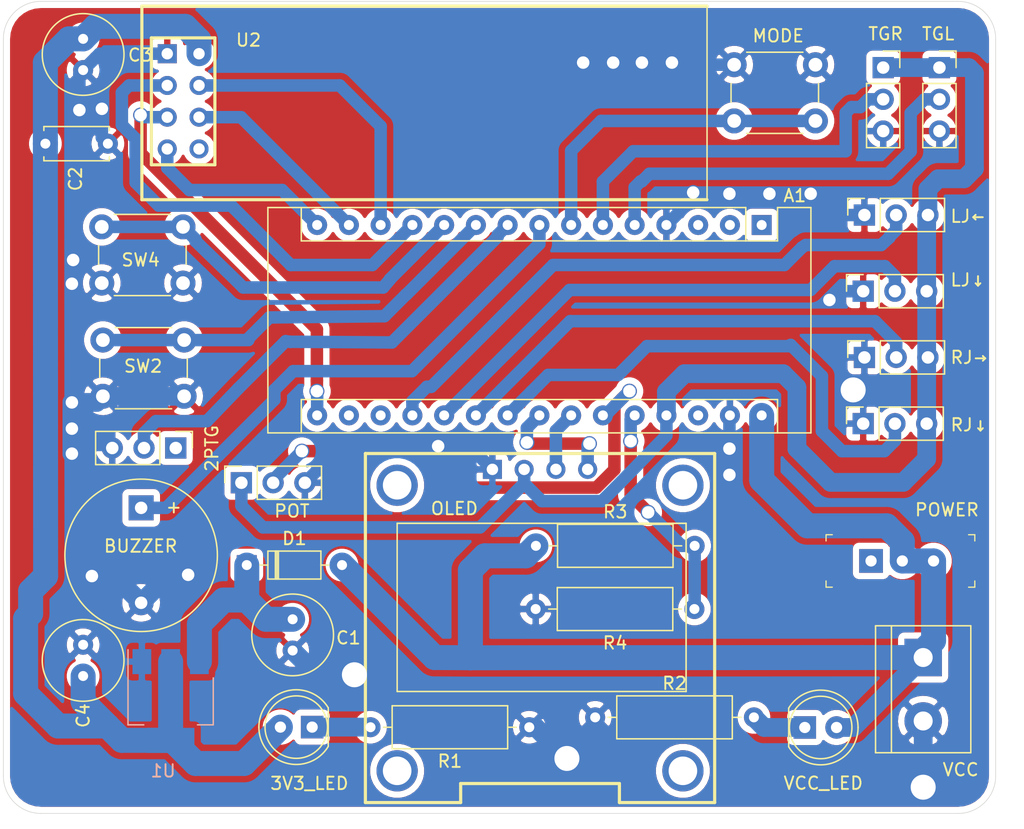
<source format=kicad_pcb>
(kicad_pcb (version 20211014) (generator pcbnew)
  (layers (0 "F.Cu" signal) (31 "B.Cu" signal) (34 "B.Paste" user) (35 "F.Paste" user) (36 "B.SilkS" user "B.Silkscreen") (37 "F.SilkS" user "F.Silkscreen") (38 "B.Mask" user) (39 "F.Mask" user) (44 "Edge.Cuts" user))
  (net 0 "")
  (net 1 "Net-(A1-Pad1)")
  (net 2 "Net-(A1-Pad17)")
  (net 3 "Net-(A1-Pad2)")
  (net 4 "Net-(A1-Pad18)")
  (net 5 "Net-(A1-Pad3)")
  (net 6 "/A0")
  (net 7 "GND")
  (net 8 "/A1")
  (net 9 "/ToggleLeft")
  (net 10 "/A2")
  (net 11 "/ToggleRight")
  (net 12 "/A3")
  (net 13 "/MODE")
  (net 14 "/SDA")
  (net 15 "/BUZZER")
  (net 16 "/SCL")
  (net 17 "/D6")
  (net 18 "/A6")
  (net 19 "/D7")
  (net 20 "/Battery")
  (net 21 "/D8")
  (net 22 "+5V")
  (net 23 "/CE")
  (net 24 "Net-(A1-Pad28)")
  (net 25 "/CSN")
  (net 26 "/MOSI")
  (net 27 "VCC")
  (net 28 "/MISO")
  (net 29 "/SCK")
  (net 30 "Net-(C1-Pad1)")
  (net 31 "+3V3")
  (net 32 "Net-(SW3-Pad1)")
  (net 33 "Net-(U2-Pad8)")
  (net 34 "Net-(S1-Pad1)")
  (net 35 "Net-(D2-Pad1)")
  (net 36 "Net-(D3-Pad1)")
  (footprint "Module:Arduino_Nano" (layer "F.Cu") (at 92.28 35.9 -90)
    (fp_text reference "A1" (at -2.35 -2.65 180) (layer "F.SilkS"))
    (fp_text value "Arduino_Nano_v3.x")
    (pad "1" thru_hole rect locked (at 0 0 270) (size 1.6 1.6) (drill 0.8) (layers *.Cu *.Mask) (net 1 "Net-(A1-Pad1)"))
    (pad "2" thru_hole oval locked (at 0 2.54 270) (size 1.6 1.6) (drill 0.8) (layers *.Cu *.Mask) (net 3 "Net-(A1-Pad2)"))
    (pad "3" thru_hole oval locked (at 0 5.08 270) (size 1.6 1.6) (drill 0.8) (layers *.Cu *.Mask) (net 5 "Net-(A1-Pad3)"))
    (pad "4" thru_hole oval locked (at 0 7.62 270) (size 1.6 1.6) (drill 0.8) (layers *.Cu *.Mask) (net 7 "GND"))
    (pad "5" thru_hole oval locked (at 0 10.16 270) (size 1.6 1.6) (drill 0.8) (layers *.Cu *.Mask) (net 9 "/ToggleLeft"))
    (pad "6" thru_hole oval locked (at 0 12.7 270) (size 1.6 1.6) (drill 0.8) (layers *.Cu *.Mask) (net 11 "/ToggleRight"))
    (pad "7" thru_hole oval locked (at 0 15.24 270) (size 1.6 1.6) (drill 0.8) (layers *.Cu *.Mask) (net 13 "/MODE"))
    (pad "8" thru_hole oval locked (at 0 17.78 270) (size 1.6 1.6) (drill 0.8) (layers *.Cu *.Mask) (net 15 "/BUZZER"))
    (pad "9" thru_hole oval locked (at 0 20.32 270) (size 1.6 1.6) (drill 0.8) (layers *.Cu *.Mask) (net 17 "/D6"))
    (pad "10" thru_hole oval locked (at 0 22.86 270) (size 1.6 1.6) (drill 0.8) (layers *.Cu *.Mask) (net 19 "/D7"))
    (pad "11" thru_hole oval locked (at 0 25.4 270) (size 1.6 1.6) (drill 0.8) (layers *.Cu *.Mask) (net 21 "/D8"))
    (pad "12" thru_hole oval locked (at 0 27.94 270) (size 1.6 1.6) (drill 0.8) (layers *.Cu *.Mask) (net 23 "/CE"))
    (pad "13" thru_hole oval locked (at 0 30.48 270) (size 1.6 1.6) (drill 0.8) (layers *.Cu *.Mask) (net 25 "/CSN"))
    (pad "14" thru_hole oval locked (at 0 33.02 270) (size 1.6 1.6) (drill 0.8) (layers *.Cu *.Mask) (net 26 "/MOSI"))
    (pad "15" thru_hole oval locked (at 0 35.56 270) (size 1.6 1.6) (drill 0.8) (layers *.Cu *.Mask) (net 28 "/MISO"))
    (pad "16" thru_hole oval locked (at 15.24 35.56 270) (size 1.6 1.6) (drill 0.8) (layers *.Cu *.Mask) (net 29 "/SCK"))
    (pad "17" thru_hole oval locked (at 15.24 33.02 270) (size 1.6 1.6) (drill 0.8) (layers *.Cu *.Mask) (net 2 "Net-(A1-Pad17)"))
    (pad "18" thru_hole oval locked (at 15.24 30.48 270) (size 1.6 1.6) (drill 0.8) (layers *.Cu *.Mask) (net 4 "Net-(A1-Pad18)"))
    (pad "19" thru_hole oval locked (at 15.24 27.94 270) (size 1.6 1.6) (drill 0.8) (layers *.Cu *.Mask) (net 6 "/A0"))
    (pad "20" thru_hole oval locked (at 15.24 25.4 270) (size 1.6 1.6) (drill 0.8) (layers *.Cu *.Mask) (net 8 "/A1"))
    (pad "21" thru_hole oval locked (at 15.24 22.86 270) (size 1.6 1.6) (drill 0.8) (layers *.Cu *.Mask) (net 10 "/A2"))
    (pad "22" thru_hole oval locked (at 15.24 20.32 270) (size 1.6 1.6) (drill 0.8) (layers *.Cu *.Mask) (net 12 "/A3"))
    (pad "23" thru_hole oval locked (at 15.24 17.78 270) (size 1.6 1.6) (drill 0.8) (layers *.Cu *.Mask) (net 14 "/SDA"))
    (pad "24" thru_hole oval locked (at 15.24 15.24 270) (size 1.6 1.6) (drill 0.8) (layers *.Cu *.Mask) (net 16 "/SCL"))
    (pad "25" thru_hole oval locked (at 15.24 12.7 270) (size 1.6 1.6) (drill 0.8) (layers *.Cu *.Mask) (net 18 "/A6"))
    (pad "26" thru_hole oval locked (at 15.24 10.16 270) (size 1.6 1.6) (drill 0.8) (layers *.Cu *.Mask) (net 20 "/Battery"))
    (pad "27" thru_hole oval locked (at 15.24 7.62 270) (size 1.6 1.6) (drill 0.8) (layers *.Cu *.Mask) (net 22 "+5V"))
    (pad "28" thru_hole oval locked (at 15.24 5.08 270) (size 1.6 1.6) (drill 0.8) (layers *.Cu *.Mask) (net 24 "Net-(A1-Pad28)"))
    (pad "29" thru_hole oval locked (at 15.24 2.54 270) (size 1.6 1.6) (drill 0.8) (layers *.Cu *.Mask) (net 7 "GND"))
    (pad "30" thru_hole oval locked (at 15.24 0 270) (size 1.6 1.6) (drill 0.8) (layers *.Cu *.Mask) (net 27 "VCC"))
  )
  (footprint "Diode_THT:D_DO-35_SOD27_P7.62mm_Horizontal" (layer "F.Cu") (at 51.09 63.12)
    (fp_text reference "D1" (at 3.81 -2.12) (layer "F.SilkS"))
    (fp_text value "1N4148")
    (pad "1" thru_hole rect locked (at 0 0) (size 1.6 1.6) (drill 0.8) (layers *.Cu *.Mask) (net 30 "Net-(C1-Pad1)"))
    (pad "2" thru_hole oval locked (at 7.62 0) (size 1.6 1.6) (drill 0.8) (layers *.Cu *.Mask) (net 27 "VCC"))
  )
  (footprint "A_personal:0.96IN 128X64 I2C OLED DISPLAY MODULE (HOLES)" (layer "F.Cu") (at 70.74 56.73)
    (fp_text reference "OLED" (at -3.04 1.87) (layer "F.SilkS"))
    (fp_text value "Conn_01x04_Male")
    (pad "1" thru_hole rect locked (at 0 -1.27) (size 1.524 1.524) (drill 0.9144) (layers *.Cu *.Mask) (net 7 "GND"))
    (pad "2" thru_hole circle locked (at 2.54 -1.27) (size 1.524 1.524) (drill 0.9144) (layers *.Cu *.Mask) (net 22 "+5V"))
    (pad "3" thru_hole circle locked (at 5.08 -1.27) (size 1.524 1.524) (drill 0.9144) (layers *.Cu *.Mask) (net 16 "/SCL"))
    (pad "4" thru_hole circle locked (at 7.62 -1.27) (size 1.524 1.524) (drill 0.9144) (layers *.Cu *.Mask) (net 14 "/SDA"))
    (pad "5" thru_hole circle locked (at -7.62 0) (size 3.302 3.302) (drill 2.286) (layers *.Cu *.Mask))
    (pad "6" thru_hole circle locked (at 15.24 0) (size 3.302 3.302) (drill 2.286) (layers *.Cu *.Mask))
    (pad "7" thru_hole circle locked (at -7.62 22.86) (size 3.302 3.302) (drill 2.286) (layers *.Cu *.Mask))
    (pad "8" thru_hole circle locked (at 15.24 22.86) (size 3.302 3.302) (drill 2.286) (layers *.Cu *.Mask))
  )
  (footprint "Connector_PinSocket_2.54mm:PinSocket_1x03_P2.54mm_Vertical" (layer "F.Cu") (at 100.5 35.1 90)
    (fp_text reference "LJ←" (at -0.1 8.3 180) (layer "F.SilkS"))
    (fp_text value "Conn_01x03_Male")
    (pad "1" thru_hole rect locked (at 0 0 90) (size 1.7 1.7) (drill 1) (layers *.Cu *.Mask) (net 7 "GND"))
    (pad "2" thru_hole oval locked (at 0 2.54 90) (size 1.7 1.7) (drill 1) (layers *.Cu *.Mask) (net 6 "/A0"))
    (pad "3" thru_hole oval locked (at 0 5.08 90) (size 1.7 1.7) (drill 1) (layers *.Cu *.Mask) (net 22 "+5V"))
  )
  (footprint "Connector_PinSocket_2.54mm:PinSocket_1x03_P2.54mm_Vertical" (layer "F.Cu") (at 100.4 41.2 90)
    (fp_text reference "LJ↓" (at 0.9 8.4 180) (layer "F.SilkS"))
    (fp_text value "Conn_01x03_Male")
    (pad "1" thru_hole rect locked (at 0 0 90) (size 1.7 1.7) (drill 1) (layers *.Cu *.Mask) (net 7 "GND"))
    (pad "2" thru_hole oval locked (at 0 2.54 90) (size 1.7 1.7) (drill 1) (layers *.Cu *.Mask) (net 8 "/A1"))
    (pad "3" thru_hole oval locked (at 0 5.08 90) (size 1.7 1.7) (drill 1) (layers *.Cu *.Mask) (net 22 "+5V"))
  )
  (footprint "Connector_PinSocket_2.54mm:PinSocket_1x03_P2.54mm_Vertical" (layer "F.Cu") (at 100.5 46.5 90)
    (fp_text reference "RJ→" (at 0 8.4 180) (layer "F.SilkS"))
    (fp_text value "Conn_01x03_Male")
    (pad "1" thru_hole rect locked (at 0 0 90) (size 1.7 1.7) (drill 1) (layers *.Cu *.Mask) (net 7 "GND"))
    (pad "2" thru_hole oval locked (at 0 2.54 90) (size 1.7 1.7) (drill 1) (layers *.Cu *.Mask) (net 10 "/A2"))
    (pad "3" thru_hole oval locked (at 0 5.08 90) (size 1.7 1.7) (drill 1) (layers *.Cu *.Mask) (net 22 "+5V"))
  )
  (footprint "Connector_PinSocket_2.54mm:PinSocket_1x03_P2.54mm_Vertical" (layer "F.Cu") (at 100.4 51.8 90)
    (fp_text reference "RJ↓" (at -0.1 8.5 180) (layer "F.SilkS"))
    (fp_text value "Conn_01x03_Male")
    (pad "1" thru_hole rect locked (at 0 0 90) (size 1.7 1.7) (drill 1) (layers *.Cu *.Mask) (net 7 "GND"))
    (pad "2" thru_hole oval locked (at 0 2.54 90) (size 1.7 1.7) (drill 1) (layers *.Cu *.Mask) (net 12 "/A3"))
    (pad "3" thru_hole oval locked (at 0 5.08 90) (size 1.7 1.7) (drill 1) (layers *.Cu *.Mask) (net 22 "+5V"))
  )
  (footprint "TerminalBlock:TerminalBlock_bornier-2_P5.08mm" (layer "F.Cu") (at 105.2 70.52 -90)
    (fp_text reference "VCC" (at 8.98 -3 180) (layer "F.SilkS"))
    (fp_text value "Screw_Terminal_01x02")
    (pad "1" thru_hole rect locked (at 0 0 270) (size 3 3) (drill 1.52) (layers *.Cu *.Mask) (net 27 "VCC"))
    (pad "2" thru_hole circle locked (at 5.08 0 270) (size 3 3) (drill 1.52) (layers *.Cu *.Mask) (net 7 "GND"))
  )
  (footprint "Connector_PinSocket_2.54mm:PinSocket_1x03_P2.54mm_Vertical" (layer "F.Cu") (at 50.66 56.53 90)
    (fp_text reference "POT" (at -2.27 4.04 180) (layer "F.SilkS"))
    (fp_text value "R_POT")
    (pad "1" thru_hole rect locked (at 0 0 90) (size 1.7 1.7) (drill 1) (layers *.Cu *.Mask) (net 22 "+5V"))
    (pad "2" thru_hole oval locked (at 0 2.54 90) (size 1.7 1.7) (drill 1) (layers *.Cu *.Mask) (net 18 "/A6"))
    (pad "3" thru_hole oval locked (at 0 5.08 90) (size 1.7 1.7) (drill 1) (layers *.Cu *.Mask) (net 7 "GND"))
  )
  (footprint "digikey-footprints:Switch_Slide_11.6x4mm_EG1218" (layer "F.Cu") (at 101.03 62.79)
    (fp_text reference "POWER" (at 6.07 -4.09) (layer "F.SilkS"))
    (fp_text value "EG1218")
    (pad "1" thru_hole rect locked (at 0 0) (size 1.9 1.9) (drill 0.9) (layers *.Cu *.Mask) (net 34 "Net-(S1-Pad1)"))
    (pad "2" thru_hole circle locked (at 2.5 0) (size 1.9 1.9) (drill 0.9) (layers *.Cu *.Mask) (net 27 "VCC"))
    (pad "3" thru_hole circle locked (at 5 0) (size 1.9 1.9) (drill 0.9) (layers *.Cu *.Mask) (net 27 "VCC"))
  )
  (footprint "Button_Switch_THT:SW_PUSH_6mm_H13mm" (layer "F.Cu") (at 90.08 23.07)
    (fp_text reference "MODE" (at 3.52 -2.31) (layer "F.SilkS"))
    (fp_text value "SW_Push")
    (pad "1" thru_hole circle locked (at 0 0 90) (size 2 2) (drill 1.1) (layers *.Cu *.Mask) (net 7 "GND"))
    (pad "1" thru_hole circle locked (at 6.5 0 90) (size 2 2) (drill 1.1) (layers *.Cu *.Mask) (net 7 "GND"))
    (pad "2" thru_hole circle locked (at 0 4.5 90) (size 2 2) (drill 1.1) (layers *.Cu *.Mask) (net 13 "/MODE"))
    (pad "2" thru_hole circle locked (at 6.5 4.5 90) (size 2 2) (drill 1.1) (layers *.Cu *.Mask) (net 13 "/MODE"))
  )
  (footprint "Button_Switch_THT:SW_PUSH_6mm_H13mm" (layer "F.Cu") (at 39.58 45.11)
    (fp_text reference "SW2" (at 3.22 2.09) (layer "F.SilkS"))
    (fp_text value "SW_Push")
    (pad "1" thru_hole circle locked (at 0 0 90) (size 2 2) (drill 1.1) (layers *.Cu *.Mask) (net 19 "/D7"))
    (pad "1" thru_hole circle locked (at 6.5 0 90) (size 2 2) (drill 1.1) (layers *.Cu *.Mask) (net 19 "/D7"))
    (pad "2" thru_hole circle locked (at 6.5 4.5 90) (size 2 2) (drill 1.1) (layers *.Cu *.Mask) (net 7 "GND"))
    (pad "2" thru_hole circle locked (at 0 4.5 90) (size 2 2) (drill 1.1) (layers *.Cu *.Mask) (net 7 "GND"))
  )
  (footprint "Connector_PinHeader_2.54mm:PinHeader_1x03_P2.54mm_Vertical" (layer "F.Cu") (at 45.41 53.75 -90)
    (fp_text reference "2PTG" (at 0.03 -2.89 90) (layer "F.SilkS"))
    (fp_text value "SW_SPDT")
    (pad "1" thru_hole rect locked (at 0 0 270) (size 1.7 1.7) (drill 1) (layers *.Cu *.Mask) (net 32 "Net-(SW3-Pad1)"))
    (pad "2" thru_hole oval locked (at 0 2.54 270) (size 1.7 1.7) (drill 1) (layers *.Cu *.Mask) (net 17 "/D6"))
    (pad "3" thru_hole oval locked (at 0 5.08 270) (size 1.7 1.7) (drill 1) (layers *.Cu *.Mask) (net 7 "GND"))
  )
  (footprint "Button_Switch_THT:SW_PUSH_6mm_H13mm" (layer "F.Cu") (at 39.49 36.05)
    (fp_text reference "SW4" (at 3.11 2.65) (layer "F.SilkS"))
    (fp_text value "SW_Push")
    (pad "1" thru_hole circle locked (at 6.5 0 90) (size 2 2) (drill 1.1) (layers *.Cu *.Mask) (net 21 "/D8"))
    (pad "1" thru_hole circle locked (at 0 0 90) (size 2 2) (drill 1.1) (layers *.Cu *.Mask) (net 21 "/D8"))
    (pad "2" thru_hole circle locked (at 0 4.5 90) (size 2 2) (drill 1.1) (layers *.Cu *.Mask) (net 7 "GND"))
    (pad "2" thru_hole circle locked (at 6.5 4.5 90) (size 2 2) (drill 1.1) (layers *.Cu *.Mask) (net 7 "GND"))
  )
  (footprint "A_personal:NRF24L01+PA+LNA" (layer "F.Cu") (at 46 26)
    (fp_text reference "U2" (at 5.23 -4.9) (layer "F.SilkS"))
    (fp_text value "NRF24L01_Breakout")
    (pad "1" thru_hole rect locked (at -1.27 -3.81) (size 1.524 1.524) (drill 0.9144) (layers *.Cu *.Mask) (net 7 "GND"))
    (pad "2" thru_hole circle locked (at 1.27 -3.81) (size 1.524 1.524) (drill 0.9144) (layers *.Cu *.Mask) (net 31 "+3V3"))
    (pad "3" thru_hole circle locked (at -1.27 -1.27) (size 1.524 1.524) (drill 0.9144) (layers *.Cu *.Mask) (net 23 "/CE"))
    (pad "4" thru_hole circle locked (at 1.27 -1.27) (size 1.524 1.524) (drill 0.9144) (layers *.Cu *.Mask) (net 25 "/CSN"))
    (pad "5" thru_hole circle locked (at -1.27 1.27) (size 1.524 1.524) (drill 0.9144) (layers *.Cu *.Mask) (net 29 "/SCK"))
    (pad "6" thru_hole circle locked (at 1.27 1.27) (size 1.524 1.524) (drill 0.9144) (layers *.Cu *.Mask) (net 26 "/MOSI"))
    (pad "7" thru_hole circle locked (at -1.27 3.81) (size 1.524 1.524) (drill 0.9144) (layers *.Cu *.Mask) (net 28 "/MISO"))
    (pad "8" thru_hole circle locked (at 1.27 3.81) (size 1.524 1.524) (drill 0.9144) (layers *.Cu *.Mask) (net 33 "Net-(U2-Pad8)"))
  )
  (footprint "Buzzer_Beeper:Buzzer_12x9.5RM7.6" (layer "F.Cu") (at 42.64 58.54 -90)
    (fp_text reference "BUZZER" (at 3.06 0.04 180) (layer "F.SilkS"))
    (fp_text value "Buzzer")
    (fp_text user "+" (at -0.01 -2.54 90) (layer "F.SilkS"))
    (pad "1" thru_hole rect locked (at 0 0 270) (size 2 2) (drill 1) (layers *.Cu *.Mask) (net 15 "/BUZZER"))
    (pad "2" thru_hole circle locked (at 7.6 0 270) (size 2 2) (drill 1) (layers *.Cu *.Mask) (net 7 "GND"))
  )
  (footprint "Capacitor_THT:C_Radial_D6.3mm_H11.0mm_P2.50mm" (layer "F.Cu") (at 54.76 67.46 -90)
    (fp_text reference "C1" (at 1.49 -4.46) (layer "F.SilkS"))
    (fp_text value "10uF")
    (pad "1" thru_hole circle locked (at 0 0 270) (size 1.6 1.6) (drill 0.8) (layers *.Cu *.Mask) (net 30 "Net-(C1-Pad1)"))
    (pad "2" thru_hole circle locked (at 2.5 0 270) (size 1.6 1.6) (drill 0.8) (layers *.Cu *.Mask) (net 7 "GND"))
  )
  (footprint "Capacitor_THT:C_Disc_D5.0mm_W2.5mm_P5.00mm" (layer "F.Cu") (at 34.98 29.39)
    (fp_text reference "C2" (at 2.41 2.82 270) (layer "F.SilkS"))
    (fp_text value "100nF")
    (pad "1" thru_hole circle locked (at 0 0) (size 1.6 1.6) (drill 0.8) (layers *.Cu *.Mask) (net 31 "+3V3"))
    (pad "2" thru_hole circle locked (at 5 0) (size 1.6 1.6) (drill 0.8) (layers *.Cu *.Mask) (net 7 "GND"))
  )
  (footprint "Capacitor_THT:C_Radial_D6.3mm_H11.0mm_P2.50mm" (layer "F.Cu") (at 38 21 -90)
    (fp_text reference "C3" (at 1.3 -4.57 180) (layer "F.SilkS"))
    (fp_text value "10uF")
    (pad "1" thru_hole circle locked (at 0 0 270) (size 1.6 1.6) (drill 0.8) (layers *.Cu *.Mask) (net 31 "+3V3"))
    (pad "2" thru_hole circle locked (at 2.5 0 270) (size 1.6 1.6) (drill 0.8) (layers *.Cu *.Mask) (net 7 "GND"))
  )
  (footprint "Capacitor_THT:C_Radial_D6.3mm_H11.0mm_P2.50mm" (layer "F.Cu") (at 38 72 90)
    (fp_text reference "C4" (at -3.17 0 90) (layer "F.SilkS"))
    (fp_text value "10uF")
    (pad "1" thru_hole circle locked (at 0 0 90) (size 1.6 1.6) (drill 0.8) (layers *.Cu *.Mask) (net 31 "+3V3"))
    (pad "2" thru_hole circle locked (at 2.5 0 90) (size 1.6 1.6) (drill 0.8) (layers *.Cu *.Mask) (net 7 "GND"))
  )
  (footprint "LED_THT:LED_D5.0mm_Clear" (layer "F.Cu") (at 56.32 76.09 180)
    (fp_text reference "3V3_LED" (at 0.22 -4.51) (layer "F.SilkS"))
    (fp_text value "Red_LED")
    (pad "1" thru_hole rect locked (at 0 0 180) (size 1.8 1.8) (drill 0.9) (layers *.Cu *.Mask) (net 35 "Net-(D2-Pad1)"))
    (pad "2" thru_hole circle locked (at 2.54 0 180) (size 1.8 1.8) (drill 0.9) (layers *.Cu *.Mask) (net 31 "+3V3"))
  )
  (footprint "LED_THT:LED_D5.0mm_Clear" (layer "F.Cu") (at 95.73 76.12)
    (fp_text reference "VCC_LED" (at 1.48 4.46) (layer "F.SilkS"))
    (fp_text value "Green_LED")
    (pad "1" thru_hole rect locked (at 0 0) (size 1.8 1.8) (drill 0.9) (layers *.Cu *.Mask) (net 36 "Net-(D3-Pad1)"))
    (pad "2" thru_hole circle locked (at 2.54 0) (size 1.8 1.8) (drill 0.9) (layers *.Cu *.Mask) (net 27 "VCC"))
  )
  (footprint "Resistor_THT:R_Axial_DIN0309_L9.0mm_D3.2mm_P12.70mm_Horizontal" (layer "F.Cu") (at 73.69 76.1 180)
    (fp_text reference "R1" (at 6.35 -2.72) (layer "F.SilkS"))
    (fp_text value "220")
    (pad "1" thru_hole circle locked (at 0 0 180) (size 1.6 1.6) (drill 0.8) (layers *.Cu *.Mask) (net 7 "GND"))
    (pad "2" thru_hole oval locked (at 12.7 0 180) (size 1.6 1.6) (drill 0.8) (layers *.Cu *.Mask) (net 35 "Net-(D2-Pad1)"))
  )
  (footprint "Resistor_THT:R_Axial_DIN0309_L9.0mm_D3.2mm_P12.70mm_Horizontal" (layer "F.Cu") (at 78.96 75.31)
    (fp_text reference "R2" (at 6.35 -2.72) (layer "F.SilkS"))
    (fp_text value "330")
    (pad "1" thru_hole circle locked (at 0 0) (size 1.6 1.6) (drill 0.8) (layers *.Cu *.Mask) (net 7 "GND"))
    (pad "2" thru_hole oval locked (at 12.7 0) (size 1.6 1.6) (drill 0.8) (layers *.Cu *.Mask) (net 36 "Net-(D3-Pad1)"))
  )
  (footprint "Resistor_THT:R_Axial_DIN0309_L9.0mm_D3.2mm_P12.70mm_Horizontal" (layer "F.Cu") (at 74.22 61.58)
    (fp_text reference "R3" (at 6.35 -2.72) (layer "F.SilkS"))
    (fp_text value "R_Small")
    (pad "1" thru_hole circle locked (at 0 0) (size 1.6 1.6) (drill 0.8) (layers *.Cu *.Mask) (net 27 "VCC"))
    (pad "2" thru_hole oval locked (at 12.7 0) (size 1.6 1.6) (drill 0.8) (layers *.Cu *.Mask) (net 20 "/Battery"))
  )
  (footprint "Resistor_THT:R_Axial_DIN0309_L9.0mm_D3.2mm_P12.70mm_Horizontal" (layer "F.Cu") (at 86.9 66.64 180)
    (fp_text reference "R4" (at 6.35 -2.72) (layer "F.SilkS"))
    (fp_text value "R_Small")
    (pad "1" thru_hole circle locked (at 0 0 180) (size 1.6 1.6) (drill 0.8) (layers *.Cu *.Mask) (net 20 "/Battery"))
    (pad "2" thru_hole oval locked (at 12.7 0 180) (size 1.6 1.6) (drill 0.8) (layers *.Cu *.Mask) (net 7 "GND"))
  )
  (footprint "Connector_PinSocket_2.54mm:PinSocket_1x03_P2.54mm_Vertical" (layer "F.Cu") (at 102 23.3)
    (fp_text reference "TGR" (at 0.2 -2.7) (layer "F.SilkS"))
    (fp_text value "Conn_01x03_Male")
    (pad "1" thru_hole rect locked (at 0 0) (size 1.7 1.7) (drill 1) (layers *.Cu *.Mask) (net 22 "+5V"))
    (pad "2" thru_hole oval locked (at 0 2.54) (size 1.7 1.7) (drill 1) (layers *.Cu *.Mask) (net 11 "/ToggleRight"))
    (pad "3" thru_hole oval locked (at 0 5.08) (size 1.7 1.7) (drill 1) (layers *.Cu *.Mask) (net 7 "GND"))
  )
  (footprint "Connector_PinSocket_2.54mm:PinSocket_1x03_P2.54mm_Vertical" (layer "F.Cu") (at 106.5 23.3)
    (fp_text reference "TGL" (at -0.1 -2.7) (layer "F.SilkS"))
    (fp_text value "Conn_01x03_Male")
    (pad "1" thru_hole rect locked (at 0 0) (size 1.7 1.7) (drill 1) (layers *.Cu *.Mask) (net 22 "+5V"))
    (pad "2" thru_hole oval locked (at 0 2.54) (size 1.7 1.7) (drill 1) (layers *.Cu *.Mask) (net 9 "/ToggleLeft"))
    (pad "3" thru_hole oval locked (at 0 5.08) (size 1.7 1.7) (drill 1) (layers *.Cu *.Mask) (net 7 "GND"))
  )
  (footprint "Package_TO_SOT_SMD:SOT-223-3_TabPin2" (layer "B.Cu") (at 45 74 -90)
    (fp_text reference "U1" (at 5.6 0.6) (layer "B.SilkS") (effects (justify mirror)))
    (fp_text value "AMS1117-3.3")
    (pad "1" smd rect locked (at -3.15 2.3 270) (size 2 1.5) (layers "B.Cu" "B.Paste" "B.Mask") (net 7 "GND"))
    (pad "2" smd rect locked (at 3.15 0 270) (size 2 3.8) (layers "B.Cu" "B.Paste" "B.Mask") (net 31 "+3V3"))
    (pad "2" smd rect locked (at -3.15 0 270) (size 2 1.5) (layers "B.Cu" "B.Paste" "B.Mask") (net 31 "+3V3"))
    (pad "3" smd rect locked (at -3.15 -2.3 270) (size 2 1.5) (layers "B.Cu" "B.Paste" "B.Mask") (net 30 "Net-(C1-Pad1)"))
  )
  (gr_line (start 111 21) (end 111 80) (layer "Edge.Cuts") (width 0.05))
  (gr_line (start 31.62 21) (end 31.62 80) (layer "Edge.Cuts") (width 0.05))
  (gr_arc (start 111 80) (mid 110.12132 82.12132) (end 108 83) (layer "Edge.Cuts") (width 0.05))
  (gr_arc (start 108 18) (mid 110.12132 18.87868) (end 111 21) (layer "Edge.Cuts") (width 0.05))
  (gr_line (start 108 83) (end 34.62 83) (layer "Edge.Cuts") (width 0.05))
  (gr_arc (start 31.62 21) (mid 32.49868 18.87868) (end 34.62 18) (layer "Edge.Cuts") (width 0.05))
  (gr_line (start 34.62 18) (end 108 18) (layer "Edge.Cuts") (width 0.05))
  (gr_arc (start 34.62 83) (mid 32.49868 82.12132) (end 31.62 80) (layer "Edge.Cuts") (width 0.05))
  (segment (start 64.34 51.14) (end 64.34 50.00863) (width 1) (layer "B.Cu") (net 6))
  (segment (start 101.842081 37.5) (end 95.8 37.5) (width 1) (layer "B.Cu") (net 6))
  (segment (start 94.1 39.1) (end 95.5 37.7) (width 1) (layer "B.Cu") (net 6))
  (segment (start 64.34 50.00863) (end 65.5 48.84863) (width 1) (layer "B.Cu") (net 6))
  (segment (start 102.5 36.9) (end 101.842081 37.5) (width 1) (layer "B.Cu") (net 6))
  (segment (start 102.5 36.842081) (end 102.5 36.9) (width 1) (layer "B.Cu") (net 6))
  (segment (start 75.6 39.1) (end 94.1 39.1) (width 1) (layer "B.Cu") (net 6))
  (segment (start 65.5 48.84863) (end 65.85137 48.84863) (width 1) (layer "B.Cu") (net 6))
  (segment (start 65.85137 48.84863) (end 75.6 39.1) (width 1) (layer "B.Cu") (net 6))
  (segment (start 95.8 37.5) (end 95.5 37.7) (width 1) (layer "B.Cu") (net 6))
  (segment (start 103.04 35.1) (end 103.04 36.302081) (width 1) (layer "B.Cu") (net 6))
  (segment (start 103.04 36.302081) (end 102.5 36.842081) (width 1) (layer "B.Cu") (net 6))
  (via (at 99.6 49.1) (size 2.2) (drill 2) (layers "F.Cu" "B.Cu") (net 7))
  (via (at 46.4 63.9) (size 1.2) (drill 1) (layers "F.Cu" "B.Cu") (net 7))
  (via (at 97.7 41.9) (size 1.2) (drill 1) (layers "F.Cu" "B.Cu") (net 7))
  (via (at 85.1 22.9) (size 1.2) (drill 1) (layers "F.Cu" "B.Cu") (net 7))
  (via (at 105.2 80.9) (size 2.2) (drill 2) (layers "F.Cu" "B.Cu") (net 7))
  (via (at 92.9 33.4) (size 1.2) (drill 1) (layers "F.Cu" "B.Cu") (net 7))
  (via (at 38.7 64) (size 1.2) (drill 1) (layers "F.Cu" "B.Cu") (net 7))
  (via (at 78 22.9) (size 1.2) (drill 1) (layers "F.Cu" "B.Cu") (net 7))
  (via (at 89.7 53.8) (size 1.2) (drill 1) (layers "F.Cu" "B.Cu") (net 7))
  (via (at 37.1 52.2) (size 1.2) (drill 1) (layers "F.Cu" "B.Cu") (net 7))
  (via (at 80.4 22.9) (size 1.2) (drill 1) (layers "F.Cu" "B.Cu") (net 7))
  (via (at 89.7 33.4) (size 1.2) (drill 1) (layers "F.Cu" "B.Cu") (net 7))
  (via (at 96.2 33.4) (size 1.2) (drill 1) (layers "F.Cu" "B.Cu") (net 7))
  (via (at 59.7 71.9) (size 2.2) (drill 2) (layers "F.Cu" "B.Cu") (net 7))
  (via (at 37.1 50.1) (size 1.2) (drill 1) (layers "F.Cu" "B.Cu") (net 7))
  (via (at 76.7 78.6) (size 2.2) (drill 2) (layers "F.Cu" "B.Cu") (net 7))
  (via (at 37.1 40.6) (size 1.2) (drill 1) (layers "F.Cu" "B.Cu") (net 7))
  (via (at 86.8 33.3) (size 1.2) (drill 1) (layers "F.Cu" "B.Cu") (net 7))
  (via (at 39.5 26.6) (size 1.2) (drill 1) (layers "F.Cu" "B.Cu") (net 7))
  (via (at 37.7 26.7) (size 1.2) (drill 1) (layers "F.Cu" "B.Cu") (net 7))
  (via (at 37.2 38.7) (size 1.2) (drill 1) (layers "F.Cu" "B.Cu") (net 7))
  (via (at 37.1 54.2) (size 1.2) (drill 1) (layers "F.Cu" "B.Cu") (net 7))
  (via (at 82.7 22.9) (size 1.2) (drill 1) (layers "F.Cu" "B.Cu") (net 7))
  (via (at 89.7 55.9) (size 1.2) (drill 1) (layers "F.Cu" "B.Cu") (net 7))
  (via (at 66.4 53.6) (size 1.2) (drill 1) (layers "F.Cu" "B.Cu") (net 7))
  (segment (start 100.5 35.1) (end 97.9 35.1) (width 1) (layer "B.Cu") (net 7))
  (segment (start 89.6 33.3) (end 89.7 33.4) (width 1) (layer "B.Cu") (net 7))
  (segment (start 39.58 49.61) (end 46.08 49.61) (width 1.5) (layer "B.Cu") (net 7))
  (segment (start 56.7 71.9) (end 54.76 69.96) (width 1.5) (layer "B.Cu") (net 7))
  (segment (start 39.5 26.6) (end 39.5 28.91) (width 1) (layer "B.Cu") (net 7))
  (segment (start 39.5 26.6) (end 37.8 26.6) (width 1) (layer "B.Cu") (net 7))
  (segment (start 105.2 80.9) (end 105.2 75.6) (width 1.5) (layer "B.Cu") (net 7))
  (segment (start 78 22.9) (end 80.4 22.9) (width 1) (layer "B.Cu") (net 7))
  (segment (start 86.8 33.76) (end 84.66 35.9) (width 1) (layer "B.Cu") (net 7))
  (segment (start 78.96 76.34) (end 76.7 78.6) (width 1.5) (layer "B.Cu") (net 7))
  (segment (start 66.4 53.6) (end 68.88 53.6) (width 1) (layer "B.Cu") (net 7))
  (segment (start 86.8 33.3) (end 86.8 33.76) (width 1) (layer "B.Cu") (net 7))
  (segment (start 37.1 50.1) (end 39.09 50.1) (width 1.5) (layer "B.Cu") (net 7))
  (segment (start 40.5 64) (end 42.64 66.14) (width 1.5) (layer "B.Cu") (net 7))
  (segment (start 66.4 53.6) (end 58.67 53.6) (width 1) (layer "B.Cu") (net 7))
  (segment (start 68.88 53.6) (end 70.74 55.46) (width 1) (layer "B.Cu") (net 7))
  (segment (start 46.4 63.9) (end 44.88 63.9) (width 1.5) (layer "B.Cu") (net 7))
  (segment (start 89.7 51.18) (end 89.74 51.14) (width 1) (layer "B.Cu") (net 7))
  (segment (start 78.96 75.31) (end 78.96 76.34) (width 1.5) (layer "B.Cu") (net 7))
  (segment (start 97.9 35.1) (end 96.2 33.4) (width 1) (layer "B.Cu") (net 7))
  (segment (start 59.7 71.9) (end 56.7 71.9) (width 1.5) (layer "B.Cu") (net 7))
  (segment (start 38.7 64) (end 40.5 64) (width 1.5) (layer "B.Cu") (net 7))
  (segment (start 89.7 55.9) (end 89.7 53.8) (width 1) (layer "B.Cu") (net 7))
  (segment (start 37.7 23.8) (end 38 23.5) (width 1) (layer "B.Cu") (net 7))
  (segment (start 39.09 50.1) (end 39.58 49.61) (width 1.5) (layer "B.Cu") (net 7))
  (segment (start 90.08 23.07) (end 85.27 23.07) (width 1) (layer "B.Cu") (net 7))
  (segment (start 39.31 22.19) (end 38 23.5) (width 1) (layer "B.Cu") (net 7))
  (segment (start 39.5 28.91) (end 39.98 29.39) (width 1) (layer "B.Cu") (net 7))
  (segment (start 37.8 26.6) (end 37.7 26.7) (width 1) (layer "B.Cu") (net 7))
  (segment (start 100.4 41.2) (end 98.4 41.2) (width 1) (layer "B.Cu") (net 7))
  (segment (start 86.8 33.3) (end 89.6 33.3) (width 1) (layer "B.Cu") (net 7))
  (segment (start 82.7 22.9) (end 80.4 22.9) (width 1) (layer "B.Cu") (net 7))
  (segment (start 38.7 55.8) (end 37.1 54.2) (width 1.5) (layer "B.Cu") (net 7))
  (segment (start 37.1 52.2) (end 37.1 50.1) (width 1.5) (layer "B.Cu") (net 7))
  (segment (start 89.7 53.8) (end 89.7 51.18) (width 1) (layer "B.Cu") (net 7))
  (segment (start 73.69 76.1) (end 74.2 76.1) (width 1.5) (layer "B.Cu") (net 7))
  (segment (start 85.27 23.07) (end 85.1 22.9) (width 1) (layer "B.Cu") (net 7))
  (segment (start 37.7 26.7) (end 37.7 23.8) (width 1) (layer "B.Cu") (net 7))
  (segment (start 44.73 22.19) (end 39.31 22.19) (width 1) (layer "B.Cu") (net 7))
  (segment (start 92.9 33.4) (end 96.2 33.4) (width 1) (layer "B.Cu") (net 7))
  (segment (start 38.7 64) (end 38.7 55.8) (width 1.5) (layer "B.Cu") (net 7))
  (segment (start 82.7 22.9) (end 85.1 22.9) (width 1) (layer "B.Cu") (net 7))
  (segment (start 40.33 53.75) (end 38.78 52.2) (width 1.5) (layer "B.Cu") (net 7))
  (segment (start 44.88 63.9) (end 42.64 66.14) (width 1.5) (layer "B.Cu") (net 7))
  (segment (start 89.7 33.4) (end 92.9 33.4) (width 1) (layer "B.Cu") (net 7))
  (segment (start 98.4 41.2) (end 97.7 41.9) (width 1) (layer "B.Cu") (net 7))
  (segment (start 37.1 54.2) (end 37.1 52.2) (width 1.5) (layer "B.Cu") (net 7))
  (segment (start 58.67 53.6) (end 55.74 56.53) (width 1) (layer "B.Cu") (net 7))
  (segment (start 38.78 52.2) (end 37.1 52.2) (width 1.5) (layer "B.Cu") (net 7))
  (segment (start 74.2 76.1) (end 76.7 78.6) (width 1.5) (layer "B.Cu") (net 7))
  (segment (start 102.94 39.997919) (end 102.142081 39.2) (width 1) (layer "B.Cu") (net 8))
  (segment (start 76.92 41.1) (end 66.88 51.14) (width 1) (layer "B.Cu") (net 8))
  (segment (start 102.142081 39.2) (end 98.1 39.2) (width 1) (layer "B.Cu") (net 8))
  (segment (start 98.1 39.2) (end 96.2 41.1) (width 1) (layer "B.Cu") (net 8))
  (segment (start 96.2 41.1) (end 76.92 41.1) (width 1) (layer "B.Cu") (net 8))
  (segment (start 102.94 41.2) (end 102.94 39.997919) (width 1) (layer "B.Cu") (net 8))
  (segment (start 105.297919 25.84) (end 104.2 26.937919) (width 1) (layer "B.Cu") (net 9))
  (segment (start 82.6 32.4) (end 82.12 32.88) (width 1) (layer "B.Cu") (net 9))
  (segment (start 83.3 31.8) (end 82.7 32.4) (width 1) (layer "B.Cu") (net 9))
  (segment (start 102.4 31.8) (end 83.3 31.8) (width 1) (layer "B.Cu") (net 9))
  (segment (start 82.7 32.4) (end 82.6 32.4) (width 1) (layer "B.Cu") (net 9))
  (segment (start 82.12 32.88) (end 82.12 35.9) (width 1) (layer "B.Cu") (net 9))
  (segment (start 106.5 25.84) (end 105.297919 25.84) (width 1) (layer "B.Cu") (net 9))
  (segment (start 104.2 26.937919) (end 104.2 30) (width 1) (layer "B.Cu") (net 9))
  (segment (start 104.2 30) (end 102.4 31.8) (width 1) (layer "B.Cu") (net 9))
  (segment (start 101.342081 43.6) (end 76.96 43.6) (width 1) (layer "B.Cu") (net 10))
  (segment (start 103.04 45.297919) (end 101.342081 43.6) (width 1) (layer "B.Cu") (net 10))
  (segment (start 103.04 46.5) (end 103.04 45.297919) (width 1) (layer "B.Cu") (net 10))
  (segment (start 76.96 43.6) (end 69.42 51.14) (width 1) (layer "B.Cu") (net 10))
  (segment (start 100.797919 25.84) (end 100.177919 26.46) (width 1) (layer "B.Cu") (net 11))
  (segment (start 99 26.92) (end 99.46 26.46) (width 1) (layer "B.Cu") (net 11))
  (segment (start 99 30) (end 99 26.92) (width 1) (layer "B.Cu") (net 11))
  (segment (start 102 25.84) (end 100.797919 25.84) (width 1) (layer "B.Cu") (net 11))
  (segment (start 79.58 32.42) (end 82 30) (width 1) (layer "B.Cu") (net 11))
  (segment (start 100.177919 26.46) (end 99.46 26.46) (width 1) (layer "B.Cu") (net 11))
  (segment (start 82 30) (end 99 30) (width 1) (layer "B.Cu") (net 11))
  (segment (start 79.58 35.9) (end 79.58 32.42) (width 1) (layer "B.Cu") (net 11))
  (segment (start 102.1 54) (end 98.7 54) (width 1) (layer "B.Cu") (net 12))
  (segment (start 102.94 51.8) (end 102.94 53.16) (width 1) (layer "B.Cu") (net 12))
  (segment (start 94.6 45.5) (end 94.5 45.6) (width 1) (layer "B.Cu") (net 12))
  (segment (start 73.9 49.2) (end 71.96 51.14) (width 1) (layer "B.Cu") (net 12))
  (segment (start 83.1 45.6) (end 80.8 47.9) (width 1) (layer "B.Cu") (net 12))
  (segment (start 80.8 47.9) (end 75.2 47.9) (width 1) (layer "B.Cu") (net 12))
  (segment (start 75.2 47.9) (end 73.9 49.2) (width 1) (layer "B.Cu") (net 12))
  (segment (start 97.1 48) (end 94.6 45.5) (width 1) (layer "B.Cu") (net 12))
  (segment (start 98.7 54) (end 97.1 52.4) (width 1) (layer "B.Cu") (net 12))
  (segment (start 102.94 53.16) (end 102.1 54) (width 1) (layer "B.Cu") (net 12))
  (segment (start 94.5 45.6) (end 83.1 45.6) (width 1) (layer "B.Cu") (net 12))
  (segment (start 97.1 52.4) (end 97.1 48) (width 1) (layer "B.Cu") (net 12))
  (segment (start 77.04 29.96) (end 77.04 35.9) (width 1) (layer "B.Cu") (net 13))
  (segment (start 90.08 27.57) (end 79.43 27.57) (width 1) (layer "B.Cu") (net 13))
  (segment (start 96.58 27.57) (end 90.08 27.57) (width 1) (layer "B.Cu") (net 13))
  (segment (start 79.43 27.57) (end 77.04 29.96) (width 1) (layer "B.Cu") (net 13))
  (segment (start 73.6 53.4) (end 73.5 53.3) (width 1) (layer "F.Cu") (net 14))
  (segment (start 78.5 53.4) (end 73.6 53.4) (width 1) (layer "F.Cu") (net 14))
  (via (at 78.5 53.4) (size 1.2) (drill 1) (layers "F.Cu" "B.Cu") (net 14))
  (via (at 73.5 53.3) (size 1.2) (drill 1) (layers "F.Cu" "B.Cu") (net 14))
  (segment (start 78.36 55.46) (end 78.36 53.54) (width 1) (layer "B.Cu") (net 14))
  (segment (start 78.36 53.54) (end 78.5 53.4) (width 1) (layer "B.Cu") (net 14))
  (segment (start 73.5 52.14) (end 74.5 51.14) (width 1) (layer "B.Cu") (net 14))
  (segment (start 73.5 53.3) (end 73.5 52.14) (width 1) (layer "B.Cu") (net 14))
  (segment (start 74.5 35.9) (end 74.5 37.4) (width 1) (layer "B.Cu") (net 15))
  (segment (start 53.3 49.88) (end 44.64 58.54) (width 1) (layer "B.Cu") (net 15))
  (segment (start 64.3 47.6) (end 54.8 47.6) (width 1) (layer "B.Cu") (net 15))
  (segment (start 53.3 49.1) (end 53.3 49.88) (width 1) (layer "B.Cu") (net 15))
  (segment (start 54.8 47.6) (end 53.3 49.1) (width 1) (layer "B.Cu") (net 15))
  (segment (start 74.5 37.4) (end 64.3 47.6) (width 1) (layer "B.Cu") (net 15))
  (segment (start 44.64 58.54) (end 42.64 58.54) (width 1) (layer "B.Cu") (net 15))
  (segment (start 75.82 55.46) (end 75.82 52.36) (width 1) (layer "B.Cu") (net 16))
  (segment (start 75.82 52.36) (end 77.04 51.14) (width 1) (layer "B.Cu") (net 16))
  (segment (start 62.7 45.3) (end 71.160001 36.839999) (width 1) (layer "B.Cu") (net 17))
  (segment (start 55.45 45.25) (end 62.7 45.3) (width 1) (layer "B.Cu") (net 17))
  (segment (start 54.2 45.2) (end 54.55 45.25) (width 1) (layer "B.Cu") (net 17))
  (segment (start 50.4 49) (end 54.2 45.2) (width 1) (layer "B.Cu") (net 17))
  (segment (start 54.55 45.25) (end 55.45 45.25) (width 1) (layer "B.Cu") (net 17))
  (segment (start 71.160001 36.839999) (end 71.160001 36.699999) (width 1) (layer "B.Cu") (net 17))
  (segment (start 47.9 51.6) (end 50.4 49) (width 1) (layer "B.Cu") (net 17))
  (segment (start 42.87 53.75) (end 42.87 52.547919) (width 1) (layer "B.Cu") (net 17))
  (segment (start 43.817919 51.6) (end 47.9 51.6) (width 1) (layer "B.Cu") (net 17))
  (segment (start 71.160001 36.699999) (end 71.96 35.9) (width 1) (layer "B.Cu") (net 17))
  (segment (start 42.87 52.547919) (end 43.817919 51.6) (width 1) (layer "B.Cu") (net 17))
  (segment (start 55.5 54) (end 64.875998 54) (width 1) (layer "F.Cu") (net 18))
  (segment (start 64.875998 54) (end 67.797999 56.922001) (width 1) (layer "F.Cu") (net 18))
  (segment (start 79.061761 56.922001) (end 80.499999 55.483763) (width 1) (layer "F.Cu") (net 18))
  (segment (start 80.499999 55.483763) (end 80.499999 50.400001) (width 1) (layer "F.Cu") (net 18))
  (segment (start 67.797999 56.922001) (end 79.061761 56.922001) (width 1) (layer "F.Cu") (net 18))
  (segment (start 81.100001 49.799999) (end 81.7 49.2) (width 1) (layer "F.Cu") (net 18))
  (segment (start 80.499999 50.400001) (end 81.100001 49.799999) (width 1) (layer "F.Cu") (net 18))
  (via (at 55.5 54) (size 1.2) (drill 1) (layers "F.Cu" "B.Cu") (net 18))
  (via (at 81.7 49.2) (size 1.2) (drill 1) (layers "F.Cu" "B.Cu") (net 18))
  (segment (start 79.58 51.14) (end 79.76 51.14) (width 1) (layer "B.Cu") (net 18))
  (segment (start 79.76 51.14) (end 81.7 49.2) (width 1) (layer "B.Cu") (net 18))
  (segment (start 53.2 56.3) (end 55.5 54) (width 1) (layer "B.Cu") (net 18))
  (segment (start 53.2 56.53) (end 53.2 56.3) (width 1) (layer "B.Cu") (net 18))
  (segment (start 51.21 45.11) (end 46.08 45.11) (width 1) (layer "B.Cu") (net 19))
  (segment (start 46.08 45.11) (end 39.58 45.11) (width 1) (layer "B.Cu") (net 19))
  (segment (start 62.1 43.2) (end 52.9 43.3) (width 1) (layer "B.Cu") (net 19))
  (segment (start 52.9 43.3) (end 51.21 44.99) (width 1) (layer "B.Cu") (net 19))
  (segment (start 63.84 41.46) (end 62.1 43.2) (width 1) (layer "B.Cu") (net 19))
  (segment (start 63.86 41.46) (end 63.84 41.46) (width 1) (layer "B.Cu") (net 19))
  (segment (start 51.21 44.99) (end 51.21 45.11) (width 1) (layer "B.Cu") (net 19))
  (segment (start 69.42 35.9) (end 63.86 41.46) (width 1) (layer "B.Cu") (net 19))
  (segment (start 81.8 53.2) (end 81.8 57.5) (width 1) (layer "F.Cu") (net 20))
  (segment (start 81.8 57.5) (end 83.2 58.9) (width 1) (layer "F.Cu") (net 20))
  (via (at 81.8 53.2) (size 1.2) (drill 1) (layers "F.Cu" "B.Cu") (net 20))
  (via (at 83.2 58.9) (size 1.2) (drill 1) (layers "F.Cu" "B.Cu") (net 20))
  (segment (start 81.8 51.46) (end 82.12 51.14) (width 1) (layer "B.Cu") (net 20))
  (segment (start 81.8 53.2) (end 81.8 51.46) (width 1) (layer "B.Cu") (net 20))
  (segment (start 86.92 61.58) (end 85.88 61.58) (width 1) (layer "B.Cu") (net 20))
  (segment (start 86.92 66.62) (end 86.9 66.64) (width 1) (layer "B.Cu") (net 20))
  (segment (start 85.88 61.58) (end 83.2 58.9) (width 1) (layer "B.Cu") (net 20))
  (segment (start 86.92 61.58) (end 86.92 66.62) (width 1) (layer "B.Cu") (net 20))
  (segment (start 46.989999 37.189999) (end 46.989999 37.049999) (width 1) (layer "B.Cu") (net 21))
  (segment (start 50.8 40.9) (end 50.3 40.4) (width 1) (layer "B.Cu") (net 21))
  (segment (start 62.552 40.252) (end 62 40.9) (width 1) (layer "B.Cu") (net 21))
  (segment (start 62.552 40.228) (end 62.552 40.252) (width 1) (layer "B.Cu") (net 21))
  (segment (start 62 40.9) (end 50.8 40.9) (width 1) (layer "B.Cu") (net 21))
  (segment (start 66.88 35.9) (end 62.552 40.228) (width 1) (layer "B.Cu") (net 21))
  (segment (start 46.989999 37.049999) (end 45.99 36.05) (width 1) (layer "B.Cu") (net 21))
  (segment (start 45.99 36.05) (end 39.49 36.05) (width 1) (layer "B.Cu") (net 21))
  (segment (start 50.3 40.4) (end 46.989999 37.189999) (width 1) (layer "B.Cu") (net 21))
  (segment (start 105.58 33.02) (end 105.58 35.1) (width 1.5) (layer "B.Cu") (net 22))
  (segment (start 103.6 56.5) (end 97.8 56.5) (width 1.5) (layer "B.Cu") (net 22))
  (segment (start 95.1 53.8) (end 95.1 48.9) (width 1.5) (layer "B.Cu") (net 22))
  (segment (start 73.28 55.46) (end 73.28 56.58) (width 1) (layer "B.Cu") (net 22))
  (segment (start 108.48 32.2) (end 106.4 32.2) (width 1.5) (layer "B.Cu") (net 22))
  (segment (start 109.3 23.75) (end 109.3 31.38) (width 1.5) (layer "B.Cu") (net 22))
  (segment (start 105.48 35.2) (end 105.58 35.1) (width 1.5) (layer "B.Cu") (net 22))
  (segment (start 109.3 31.38) (end 108.48 32.2) (width 1.5) (layer "B.Cu") (net 22))
  (segment (start 102 23.3) (end 106.5 23.3) (width 1.5) (layer "B.Cu") (net 22))
  (segment (start 52.38 60.1) (end 69.76 60.1) (width 1) (layer "B.Cu") (net 22))
  (segment (start 94 47.8) (end 86.1 47.8) (width 1.5) (layer "B.Cu") (net 22))
  (segment (start 73.28 56.58) (end 74.7 58) (width 1) (layer "B.Cu") (net 22))
  (segment (start 69.76 60.1) (end 73.28 56.58) (width 1) (layer "B.Cu") (net 22))
  (segment (start 106.4 32.2) (end 105.58 33.02) (width 1.5) (layer "B.Cu") (net 22))
  (segment (start 105.48 51.8) (end 105.48 54.62) (width 1.5) (layer "B.Cu") (net 22))
  (segment (start 84.66 52.74) (end 84.66 51.14) (width 1) (layer "B.Cu") (net 22))
  (segment (start 105.48 46.6) (end 105.58 46.5) (width 1.5) (layer "B.Cu") (net 22))
  (segment (start 50.66 56.53) (end 50.66 58.38) (width 1) (layer "B.Cu") (net 22))
  (segment (start 105.48 51.8) (end 105.48 46.6) (width 1.5) (layer "B.Cu") (net 22))
  (segment (start 86.1 47.8) (end 84.66 49.24) (width 1.5) (layer "B.Cu") (net 22))
  (segment (start 50.66 58.38) (end 52.38 60.1) (width 1) (layer "B.Cu") (net 22))
  (segment (start 79.5 58) (end 80.6 56.9) (width 1) (layer "B.Cu") (net 22))
  (segment (start 84.66 49.24) (end 84.66 51.14) (width 1.5) (layer "B.Cu") (net 22))
  (segment (start 80.6 56.9) (end 84.66 52.74) (width 1) (layer "B.Cu") (net 22))
  (segment (start 105.48 46.4) (end 105.58 46.5) (width 1.5) (layer "B.Cu") (net 22))
  (segment (start 95.1 48.9) (end 94 47.8) (width 1.5) (layer "B.Cu") (net 22))
  (segment (start 108.85 23.3) (end 109.3 23.75) (width 1.5) (layer "B.Cu") (net 22))
  (segment (start 105.48 54.62) (end 103.6 56.5) (width 1.5) (layer "B.Cu") (net 22))
  (segment (start 105.48 41.2) (end 105.48 46.4) (width 1.5) (layer "B.Cu") (net 22))
  (segment (start 74.7 58) (end 79.5 58) (width 1) (layer "B.Cu") (net 22))
  (segment (start 106.5 23.3) (end 108.85 23.3) (width 1.5) (layer "B.Cu") (net 22))
  (segment (start 97.8 56.5) (end 95.1 53.8) (width 1.5) (layer "B.Cu") (net 22))
  (segment (start 105.48 41.2) (end 105.48 35.2) (width 1.5) (layer "B.Cu") (net 22))
  (segment (start 41.67 24.73) (end 41.1 25.3) (width 1) (layer "B.Cu") (net 23))
  (segment (start 61.14 39.1) (end 64.34 35.9) (width 1) (layer "B.Cu") (net 23))
  (segment (start 42.2 32.5) (end 42.2 29) (width 1) (layer "B.Cu") (net 23))
  (segment (start 44.049999 34.349999) (end 49.849999 34.349999) (width 1) (layer "B.Cu") (net 23))
  (segment (start 41.1 27.9) (end 42.2 29) (width 1) (layer "B.Cu") (net 23))
  (segment (start 41.1 25.3) (end 41.1 27.9) (width 1) (layer "B.Cu") (net 23))
  (segment (start 49.849999 34.349999) (end 54.6 39.1) (width 1) (layer "B.Cu") (net 23))
  (segment (start 54.6 39.1) (end 61.14 39.1) (width 1) (layer "B.Cu") (net 23))
  (segment (start 44.73 24.73) (end 41.67 24.73) (width 1) (layer "B.Cu") (net 23))
  (segment (start 42.2 32.5) (end 44.049999 34.349999) (width 1) (layer "B.Cu") (net 23))
  (segment (start 47.27 24.73) (end 58.53 24.73) (width 1) (layer "B.Cu") (net 25))
  (segment (start 61.8 28) (end 61.8 35.9) (width 1) (layer "B.Cu") (net 25))
  (segment (start 58.53 24.73) (end 61.8 28) (width 1) (layer "B.Cu") (net 25))
  (segment (start 50.63 27.27) (end 59.26 35.9) (width 1) (layer "B.Cu") (net 26))
  (segment (start 47.27 27.27) (end 50.63 27.27) (width 1) (layer "B.Cu") (net 26))
  (segment (start 98.27 76.12) (end 99.6 76.12) (width 1.5) (layer "B.Cu") (net 27))
  (segment (start 68.98 70.54) (end 105.2 70.52) (width 2) (layer "B.Cu") (net 27))
  (segment (start 99.6 76.12) (end 105.2 70.52) (width 1.5) (layer "B.Cu") (net 27))
  (segment (start 102.280002 59.98) (end 95.94 59.98) (width 2) (layer "B.Cu") (net 27))
  (segment (start 105.2 69.99) (end 106.03 69.16) (width 2) (layer "B.Cu") (net 27))
  (segment (start 58.71 63.12) (end 66.11 70.52) (width 2) (layer "B.Cu") (net 27))
  (segment (start 66.11 70.52) (end 68.98 70.54) (width 2) (layer "B.Cu") (net 27))
  (segment (start 92.28 56.32) (end 92.28 51.14) (width 2) (layer "B.Cu") (net 27))
  (segment (start 68.98 63.53) (end 68.98 70.54) (width 2) (layer "B.Cu") (net 27))
  (segment (start 105.2 70.52) (end 105.2 69.99) (width 2) (layer "B.Cu") (net 27))
  (segment (start 73.420001 62.379999) (end 70.130001 62.379999) (width 2) (layer "B.Cu") (net 27))
  (segment (start 106.03 69.16) (end 106.03 62.79) (width 2) (layer "B.Cu") (net 27))
  (segment (start 74.22 61.58) (end 73.420001 62.379999) (width 2) (layer "B.Cu") (net 27))
  (segment (start 95.94 59.98) (end 92.28 56.32) (width 2) (layer "B.Cu") (net 27))
  (segment (start 103.53 61.229998) (end 102.280002 59.98) (width 2) (layer "B.Cu") (net 27))
  (segment (start 70.130001 62.379999) (end 68.98 63.53) (width 2) (layer "B.Cu") (net 27))
  (segment (start 106.03 62.79) (end 103.53 62.79) (width 2) (layer "B.Cu") (net 27))
  (segment (start 103.53 62.79) (end 103.53 61.229998) (width 2) (layer "B.Cu") (net 27))
  (segment (start 53.92 33.1) (end 56.72 35.9) (width 1) (layer "B.Cu") (net 28))
  (segment (start 44.73 31.33) (end 46.5 33.1) (width 1) (layer "B.Cu") (net 28))
  (segment (start 44.73 29.81) (end 44.73 31.33) (width 1) (layer "B.Cu") (net 28))
  (segment (start 46.5 33.1) (end 53.92 33.1) (width 1) (layer "B.Cu") (net 28))
  (segment (start 42.6 30.143998) (end 56.7 44.243998) (width 1) (layer "F.Cu") (net 29))
  (segment (start 42.6 27.1) (end 42.6 30.143998) (width 1) (layer "F.Cu") (net 29))
  (segment (start 56.7 48.351472) (end 56.7 49.2) (width 1) (layer "F.Cu") (net 29))
  (segment (start 56.7 44.243998) (end 56.7 48.351472) (width 1) (layer "F.Cu") (net 29))
  (via (at 56.7 49.2) (size 1.2) (drill 1) (layers "F.Cu" "B.Cu") (net 29))
  (via (at 42.6 27.1) (size 1.2) (drill 1) (layers "F.Cu" "B.Cu") (net 29))
  (segment (start 42.77 27.27) (end 42.6 27.1) (width 1) (layer "B.Cu") (net 29))
  (segment (start 56.72 49.22) (end 56.7 49.2) (width 1) (layer "B.Cu") (net 29))
  (segment (start 56.72 51.14) (end 56.72 49.22) (width 1) (layer "B.Cu") (net 29))
  (segment (start 44.73 27.27) (end 42.77 27.27) (width 1) (layer "B.Cu") (net 29))
  (segment (start 47.3 70.85) (end 47.3 67.85) (width 2) (layer "B.Cu") (net 30))
  (segment (start 51.09 63.12) (end 51.09 65.92) (width 2) (layer "B.Cu") (net 30))
  (segment (start 49.23 65.92) (end 51.09 65.92) (width 2) (layer "B.Cu") (net 30))
  (segment (start 52.63 67.46) (end 54.76 67.46) (width 2) (layer "B.Cu") (net 30))
  (segment (start 51.09 65.92) (end 52.63 67.46) (width 2) (layer "B.Cu") (net 30))
  (segment (start 47.3 67.85) (end 49.23 65.92) (width 2) (layer "B.Cu") (net 30))
  (segment (start 38 74.05) (end 39.95 76) (width 2) (layer "B.Cu") (net 31))
  (segment (start 34.98 29.39) (end 34.98 22.88863) (width 2) (layer "B.Cu") (net 31))
  (segment (start 47.27 21.11237) (end 46.15763 20) (width 2) (layer "B.Cu") (net 31))
  (segment (start 34.98 29.39) (end 35 64) (width 2) (layer "B.Cu") (net 31))
  (segment (start 33.8 67) (end 33.4 67.4) (width 2) (layer "B.Cu") (net 31))
  (segment (start 34.98 22.88863) (end 36.86863 21) (width 2) (layer "B.Cu") (net 31))
  (segment (start 47 79) (end 50.87 79) (width 2) (layer "B.Cu") (net 31))
  (segment (start 38 72) (end 38 74.05) (width 2) (layer "B.Cu") (net 31))
  (segment (start 39 20) (end 38 21) (width 2) (layer "B.Cu") (net 31))
  (segment (start 33.4 67.4) (end 33.4 73.4) (width 2) (layer "B.Cu") (net 31))
  (segment (start 36.86863 21) (end 38 21) (width 2) (layer "B.Cu") (net 31))
  (segment (start 46.15763 20) (end 39 20) (width 2) (layer "B.Cu") (net 31))
  (segment (start 45 77.15) (end 45.15 77.15) (width 2) (layer "B.Cu") (net 31))
  (segment (start 47.27 22.19) (end 47.27 21.11237) (width 2) (layer "B.Cu") (net 31))
  (segment (start 33.8 65.2) (end 35 64) (width 2) (layer "B.Cu") (net 31))
  (segment (start 33.8 67) (end 33.8 65.2) (width 2) (layer "B.Cu") (net 31))
  (segment (start 45 70.85) (end 45 77.15) (width 2) (layer "B.Cu") (net 31))
  (segment (start 50.87 79) (end 53.78 76.09) (width 2) (layer "B.Cu") (net 31))
  (segment (start 39.95 76) (end 41.1 77.15) (width 2) (layer "B.Cu") (net 31))
  (segment (start 36 76) (end 39.95 76) (width 2) (layer "B.Cu") (net 31))
  (segment (start 33.4 73.4) (end 36 76) (width 2) (layer "B.Cu") (net 31))
  (segment (start 41.1 77.15) (end 45 77.15) (width 2) (layer "B.Cu") (net 31))
  (segment (start 45.15 77.15) (end 47 79) (width 2) (layer "B.Cu") (net 31))
  (segment (start 56.32 76.09) (end 60.98 76.09) (width 1.5) (layer "B.Cu") (net 35))
  (segment (start 60.98 76.09) (end 60.99 76.1) (width 1.5) (layer "B.Cu") (net 35))
  (segment (start 92.47 76.12) (end 91.66 75.31) (width 1.5) (layer "B.Cu") (net 36))
  (segment (start 95.73 76.12) (end 92.47 76.12) (width 1.5) (layer "B.Cu") (net 36))
  (zone (net 7) (net_name "GND") (layer "F.Cu") (priority 1) (connect_pads (clearance 0.508)) (min_thickness 0.254) (fill yes (thermal_gap 0.508) (thermal_bridge_width 0.508) (smoothing fillet) (radius 1))
    (polygon (pts (xy 111 83.16) (xy 31.55 83.09) (xy 31.42 18.11) (xy 111 17.91)))
  )
  (zone (net 7) (net_name "GND") (layer "B.Cu") (connect_pads (clearance 0.508)) (min_thickness 0.254) (fill yes (thermal_gap 0.508) (thermal_bridge_width 0.508))
    (polygon (pts (xy 110.93 83.14) (xy 31.48 83.07) (xy 31.35 18.09) (xy 110.93 17.89)))
  )
)
</source>
